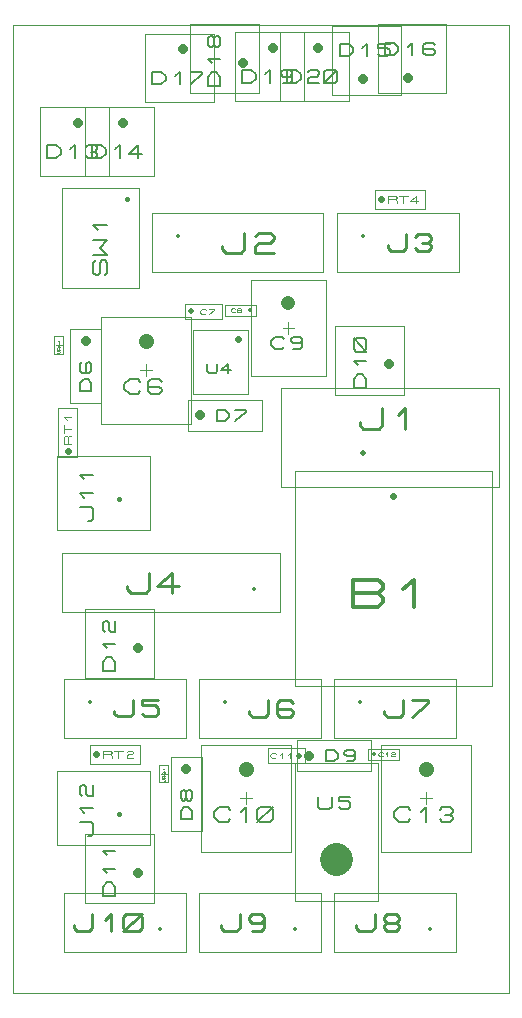
<source format=gbr>
G04 PROTEUS GERBER X2 FILE*
%TF.GenerationSoftware,Labcenter,Proteus,8.16-SP3-Build36097*%
%TF.CreationDate,2024-05-04T02:13:19+00:00*%
%TF.FileFunction,AssemblyDrawing,Top*%
%TF.FilePolarity,Positive*%
%TF.Part,Single*%
%TF.SameCoordinates,{03efdd39-6268-421f-b844-547f2104f690}*%
%FSLAX45Y45*%
%MOMM*%
G01*
%TA.AperFunction,Material*%
%ADD53C,0.100000*%
%ADD135C,0.609600*%
%ADD136C,0.380560*%
%ADD137C,0.050000*%
%ADD138C,0.446880*%
%ADD139C,0.174810*%
%ADD54C,0.101600*%
%ADD140C,0.128180*%
%ADD141C,2.794000*%
%ADD142C,0.174240*%
%ADD143C,0.182880*%
%ADD144C,0.031060*%
%ADD145C,0.508000*%
%ADD146C,0.076200*%
%ADD147C,0.103120*%
%ADD148C,0.812800*%
%ADD149C,0.157480*%
%ADD150C,0.355600*%
%ADD151C,0.056890*%
%ADD152C,1.259840*%
%ADD153C,0.201560*%
%ADD154C,1.158240*%
%ADD155C,0.167550*%
%ADD156C,0.369980*%
%ADD157C,0.278950*%
%ADD158C,0.232500*%
%ADD159C,0.424260*%
%ADD160C,0.188260*%
%ADD161C,0.171190*%
%ADD162C,0.520000*%
%ADD163C,0.286720*%
%TA.AperFunction,Profile*%
%ADD34C,0.101600*%
%TD.AperFunction*%
D53*
X+308000Y-1851000D02*
X+1978000Y-1851000D01*
X+1978000Y-31000D01*
X+308000Y-31000D01*
X+308000Y-1851000D01*
D135*
X+1143000Y-241000D02*
X+1143000Y-241000D01*
D136*
X+800492Y-1177909D02*
X+800492Y-949570D01*
X+1014559Y-949570D01*
X+1057373Y-987627D01*
X+1057373Y-1025683D01*
X+1014559Y-1063740D01*
X+1057373Y-1101796D01*
X+1057373Y-1139853D01*
X+1014559Y-1177909D01*
X+800492Y-1177909D01*
X+800492Y-1063740D02*
X+1014559Y-1063740D01*
X+1228627Y-1025683D02*
X+1314254Y-949570D01*
X+1314254Y-1177909D01*
D137*
X-1703302Y+95605D02*
X-1703302Y-528395D01*
X-913302Y-528395D01*
X-913302Y+95605D01*
X-1703302Y+95605D01*
D138*
X-1183302Y-269395D02*
X-1183302Y-269395D01*
D139*
X-1438242Y-452393D02*
X-1420761Y-452393D01*
X-1403279Y-432727D01*
X-1403279Y-354061D01*
X-1420761Y-334394D01*
X-1508168Y-334394D01*
X-1473205Y-255728D02*
X-1508168Y-216395D01*
X-1403279Y-216395D01*
X-1473205Y-98396D02*
X-1508168Y-59063D01*
X-1403279Y-59063D01*
D137*
X-1703302Y-2571395D02*
X-1703302Y-3195395D01*
X-913302Y-3195395D01*
X-913302Y-2571395D01*
X-1703302Y-2571395D01*
D138*
X-1183302Y-2936395D02*
X-1183302Y-2936395D01*
D139*
X-1438242Y-3119393D02*
X-1420761Y-3119393D01*
X-1403279Y-3099727D01*
X-1403279Y-3021061D01*
X-1420761Y-3001394D01*
X-1508168Y-3001394D01*
X-1473205Y-2922728D02*
X-1508168Y-2883395D01*
X-1403279Y-2883395D01*
X-1490686Y-2785063D02*
X-1508168Y-2765396D01*
X-1508168Y-2706397D01*
X-1490686Y-2686730D01*
X-1473205Y-2686730D01*
X-1455724Y-2706397D01*
X-1455724Y-2765396D01*
X-1438242Y-2785063D01*
X-1403279Y-2785063D01*
X-1403279Y-2686730D01*
D54*
X-549622Y+624900D02*
X-87342Y+624900D01*
X-87342Y+1164650D01*
X-549622Y+1164650D01*
X-549622Y+624900D01*
D135*
X-168622Y+1088450D02*
X-168622Y+1088450D01*
D140*
X-433848Y+879891D02*
X-433848Y+815798D01*
X-419428Y+802980D01*
X-361745Y+802980D01*
X-347324Y+815798D01*
X-347324Y+879891D01*
X-231958Y+828617D02*
X-318482Y+828617D01*
X-260799Y+879891D01*
X-260799Y+802980D01*
D54*
X+310448Y-3666645D02*
X+1008948Y-3666645D01*
X+1008948Y-2499515D01*
X+310448Y-2499515D01*
X+310448Y-3666645D01*
D141*
X+659698Y-3317395D02*
X+659698Y-3317395D01*
D142*
X+502879Y-2786332D02*
X+502879Y-2873454D01*
X+522481Y-2890879D01*
X+600890Y-2890879D01*
X+620493Y-2873454D01*
X+620493Y-2786332D01*
X+777312Y-2786332D02*
X+679300Y-2786332D01*
X+679300Y-2821181D01*
X+757709Y-2821181D01*
X+777312Y-2838605D01*
X+777312Y-2873454D01*
X+757709Y-2890879D01*
X+698902Y-2890879D01*
X+679300Y-2873454D01*
D137*
X-1726302Y+1110605D02*
X-1726302Y+960605D01*
X-1656302Y+960605D01*
X-1656302Y+1110605D01*
X-1726302Y+1110605D01*
X-1666302Y+1035605D02*
X-1716302Y+1035605D01*
X-1691302Y+1010605D02*
X-1691302Y+1060605D01*
D143*
X-1691302Y+1070605D02*
X-1691302Y+1070605D01*
D144*
X-1700622Y+967846D02*
X-1691302Y+967846D01*
X-1681983Y+978330D01*
X-1691302Y+988814D01*
X-1700622Y+988814D01*
X-1681983Y+995804D02*
X-1700622Y+995804D01*
X-1700622Y+1013277D01*
X-1697515Y+1016772D01*
X-1694409Y+1016772D01*
X-1691302Y+1013277D01*
X-1691302Y+995804D01*
X-1691302Y+1013277D02*
X-1688196Y+1016772D01*
X-1681983Y+1016772D01*
X-1694409Y+1030751D02*
X-1700622Y+1037741D01*
X-1681983Y+1037741D01*
D137*
X-837302Y-2515395D02*
X-837302Y-2665395D01*
X-767302Y-2665395D01*
X-767302Y-2515395D01*
X-837302Y-2515395D01*
X-777302Y-2590395D02*
X-827302Y-2590395D01*
X-802302Y-2615395D02*
X-802302Y-2565395D01*
D143*
X-802302Y-2555395D02*
X-802302Y-2555395D01*
D144*
X-811622Y-2658154D02*
X-802302Y-2658154D01*
X-792983Y-2647670D01*
X-802302Y-2637186D01*
X-811622Y-2637186D01*
X-792983Y-2630196D02*
X-811622Y-2630196D01*
X-811622Y-2612723D01*
X-808515Y-2609228D01*
X-805409Y-2609228D01*
X-802302Y-2612723D01*
X-802302Y-2630196D01*
X-802302Y-2612723D02*
X-799196Y-2609228D01*
X-792983Y-2609228D01*
X-808515Y-2598744D02*
X-811622Y-2595249D01*
X-811622Y-2584765D01*
X-808515Y-2581270D01*
X-805409Y-2581270D01*
X-802302Y-2584765D01*
X-802302Y-2595249D01*
X-799196Y-2598744D01*
X-792983Y-2598744D01*
X-792983Y-2581270D01*
D54*
X-623282Y+1253550D02*
X-308322Y+1253550D01*
X-308322Y+1385630D01*
X-623282Y+1385630D01*
X-623282Y+1253550D01*
D145*
X-572482Y+1322130D02*
X-572482Y+1322130D01*
D146*
X-444847Y+1304350D02*
X-453420Y+1296730D01*
X-479137Y+1296730D01*
X-496282Y+1311970D01*
X-496282Y+1327210D01*
X-479137Y+1342450D01*
X-453420Y+1342450D01*
X-444847Y+1334830D01*
X-419130Y+1342450D02*
X-376267Y+1342450D01*
X-376267Y+1334830D01*
X-419130Y+1296730D01*
D54*
X-1422062Y-2507135D02*
X-1005502Y-2507135D01*
X-1005502Y-2349655D01*
X-1422062Y-2349655D01*
X-1422062Y-2507135D01*
D135*
X-1371262Y-2428395D02*
X-1371262Y-2428395D01*
D147*
X-1312358Y-2459333D02*
X-1312358Y-2397458D01*
X-1254352Y-2397458D01*
X-1242750Y-2407771D01*
X-1242750Y-2418083D01*
X-1254352Y-2428395D01*
X-1312358Y-2428395D01*
X-1254352Y-2428395D02*
X-1242750Y-2438708D01*
X-1242750Y-2459333D01*
X-1219547Y-2397458D02*
X-1149939Y-2397458D01*
X-1184743Y-2397458D02*
X-1184743Y-2459333D01*
X-1115135Y-2407771D02*
X-1103534Y-2397458D01*
X-1068730Y-2397458D01*
X-1057128Y-2407771D01*
X-1057128Y-2418083D01*
X-1068730Y-2428395D01*
X-1103534Y-2428395D01*
X-1115135Y-2438708D01*
X-1115135Y-2459333D01*
X-1057128Y-2459333D01*
D54*
X-595082Y+309050D02*
X+29758Y+309050D01*
X+29758Y+573210D01*
X-595082Y+573210D01*
X-595082Y+309050D01*
D148*
X-493482Y+441130D02*
X-493482Y+441130D01*
D149*
X-353274Y+393886D02*
X-353274Y+488374D01*
X-282408Y+488374D01*
X-246975Y+456878D01*
X-246975Y+425382D01*
X-282408Y+393886D01*
X-353274Y+393886D01*
X-193826Y+488374D02*
X-105243Y+488374D01*
X-105243Y+472626D01*
X-193826Y+393886D01*
D54*
X-1593562Y+544890D02*
X-1329402Y+544890D01*
X-1329402Y+1169730D01*
X-1593562Y+1169730D01*
X-1593562Y+544890D01*
D148*
X-1461482Y+1068130D02*
X-1461482Y+1068130D01*
D149*
X-1414238Y+644458D02*
X-1508726Y+644458D01*
X-1508726Y+715324D01*
X-1477230Y+750757D01*
X-1445734Y+750757D01*
X-1414238Y+715324D01*
X-1414238Y+644458D01*
X-1492978Y+892489D02*
X-1508726Y+874772D01*
X-1508726Y+821623D01*
X-1492978Y+803906D01*
X-1429986Y+803906D01*
X-1414238Y+821623D01*
X-1414238Y+874772D01*
X-1429986Y+892489D01*
X-1445734Y+892489D01*
X-1461482Y+874772D01*
X-1461482Y+803906D01*
D54*
X+328098Y-2571835D02*
X+952938Y-2571835D01*
X+952938Y-2307675D01*
X+328098Y-2307675D01*
X+328098Y-2571835D01*
D148*
X+429698Y-2439755D02*
X+429698Y-2439755D01*
D149*
X+569906Y-2486999D02*
X+569906Y-2392511D01*
X+640772Y-2392511D01*
X+676205Y-2424007D01*
X+676205Y-2455503D01*
X+640772Y-2486999D01*
X+569906Y-2486999D01*
X+817937Y-2424007D02*
X+800220Y-2439755D01*
X+747071Y-2439755D01*
X+729354Y-2424007D01*
X+729354Y-2408259D01*
X+747071Y-2392511D01*
X+800220Y-2392511D01*
X+817937Y-2408259D01*
X+817937Y-2471251D01*
X+800220Y-2486999D01*
X+747071Y-2486999D01*
D54*
X-742382Y-3078635D02*
X-478222Y-3078635D01*
X-478222Y-2453795D01*
X-742382Y-2453795D01*
X-742382Y-3078635D01*
D148*
X-610302Y-2555395D02*
X-610302Y-2555395D01*
D149*
X-563058Y-2979067D02*
X-657546Y-2979067D01*
X-657546Y-2908201D01*
X-626050Y-2872768D01*
X-594554Y-2872768D01*
X-563058Y-2908201D01*
X-563058Y-2979067D01*
X-610302Y-2801902D02*
X-626050Y-2819619D01*
X-641798Y-2819619D01*
X-657546Y-2801902D01*
X-657546Y-2748753D01*
X-641798Y-2731036D01*
X-626050Y-2731036D01*
X-610302Y-2748753D01*
X-610302Y-2801902D01*
X-594554Y-2819619D01*
X-578806Y-2819619D01*
X-563058Y-2801902D01*
X-563058Y-2748753D01*
X-578806Y-2731036D01*
X-594554Y-2731036D01*
X-610302Y-2748753D01*
D54*
X+931248Y-2474115D02*
X+1192868Y-2474115D01*
X+1192868Y-2382675D01*
X+931248Y-2382675D01*
X+931248Y-2474115D01*
D150*
X+975698Y-2428395D02*
X+975698Y-2428395D01*
D151*
X+1054768Y-2439775D02*
X+1048367Y-2445464D01*
X+1029165Y-2445464D01*
X+1016364Y-2434085D01*
X+1016364Y-2422706D01*
X+1029165Y-2411327D01*
X+1048367Y-2411327D01*
X+1054768Y-2417016D01*
X+1080371Y-2422706D02*
X+1093173Y-2411327D01*
X+1093173Y-2445464D01*
X+1125176Y-2417016D02*
X+1131577Y-2411327D01*
X+1150779Y-2411327D01*
X+1157180Y-2417016D01*
X+1157180Y-2422706D01*
X+1150779Y-2428395D01*
X+1131577Y-2428395D01*
X+1125176Y-2434085D01*
X+1125176Y-2445464D01*
X+1157180Y-2445464D01*
D54*
X+79178Y-2503255D02*
X+394138Y-2503255D01*
X+394138Y-2371175D01*
X+79178Y-2371175D01*
X+79178Y-2503255D01*
D145*
X+343338Y-2439755D02*
X+343338Y-2439755D01*
D146*
X+147123Y-2452455D02*
X+138550Y-2460075D01*
X+112833Y-2460075D01*
X+95688Y-2444835D01*
X+95688Y-2429595D01*
X+112833Y-2414355D01*
X+138550Y-2414355D01*
X+147123Y-2421975D01*
X+181413Y-2429595D02*
X+198558Y-2414355D01*
X+198558Y-2460075D01*
X+249993Y-2429595D02*
X+267138Y-2414355D01*
X+267138Y-2460075D01*
D137*
X-482302Y-2345395D02*
X-482302Y-3255395D01*
X+277698Y-3255395D01*
X+277698Y-2345395D01*
X-482302Y-2345395D01*
X-52302Y-2800395D02*
X-152302Y-2800395D01*
X-102302Y-2850395D02*
X-102302Y-2750395D01*
D152*
X-102302Y-2555395D02*
X-102302Y-2555395D01*
D153*
X-238360Y-2978454D02*
X-261036Y-2998611D01*
X-329065Y-2998611D01*
X-374417Y-2958298D01*
X-374417Y-2917984D01*
X-329065Y-2877671D01*
X-261036Y-2877671D01*
X-238360Y-2897828D01*
X-147655Y-2917984D02*
X-102302Y-2877671D01*
X-102302Y-2998611D01*
X-11597Y-2978454D02*
X-11597Y-2897828D01*
X+11079Y-2877671D01*
X+101784Y-2877671D01*
X+124460Y-2897828D01*
X+124460Y-2978454D01*
X+101784Y-2998611D01*
X+11079Y-2998611D01*
X-11597Y-2978454D01*
X-11597Y-2998611D02*
X+124460Y-2877671D01*
D137*
X+1041698Y-2345395D02*
X+1041698Y-3255395D01*
X+1801698Y-3255395D01*
X+1801698Y-2345395D01*
X+1041698Y-2345395D01*
X+1471698Y-2800395D02*
X+1371698Y-2800395D01*
X+1421698Y-2850395D02*
X+1421698Y-2750395D01*
D152*
X+1421698Y-2555395D02*
X+1421698Y-2555395D01*
D153*
X+1285640Y-2978454D02*
X+1262964Y-2998611D01*
X+1194935Y-2998611D01*
X+1149583Y-2958298D01*
X+1149583Y-2917984D01*
X+1194935Y-2877671D01*
X+1262964Y-2877671D01*
X+1285640Y-2897828D01*
X+1376345Y-2917984D02*
X+1421698Y-2877671D01*
X+1421698Y-2998611D01*
X+1535079Y-2897828D02*
X+1557755Y-2877671D01*
X+1625784Y-2877671D01*
X+1648460Y-2897828D01*
X+1648460Y-2917984D01*
X+1625784Y-2938141D01*
X+1648460Y-2958298D01*
X+1648460Y-2978454D01*
X+1625784Y-2998611D01*
X+1557755Y-2998611D01*
X+1535079Y-2978454D01*
X+1580431Y-2938141D02*
X+1625784Y-2938141D01*
D137*
X-1333482Y+1278130D02*
X-1333482Y+368130D01*
X-573482Y+368130D01*
X-573482Y+1278130D01*
X-1333482Y+1278130D01*
X-903482Y+823130D02*
X-1003482Y+823130D01*
X-953482Y+773130D02*
X-953482Y+873130D01*
D152*
X-953482Y+1068130D02*
X-953482Y+1068130D01*
D153*
X-998835Y+645071D02*
X-1021511Y+624914D01*
X-1089540Y+624914D01*
X-1134892Y+665227D01*
X-1134892Y+705541D01*
X-1089540Y+745854D01*
X-1021511Y+745854D01*
X-998835Y+725697D01*
X-817425Y+725697D02*
X-840101Y+745854D01*
X-908130Y+745854D01*
X-930806Y+725697D01*
X-930806Y+645071D01*
X-908130Y+624914D01*
X-840101Y+624914D01*
X-817425Y+645071D01*
X-817425Y+665227D01*
X-840101Y+685384D01*
X-930806Y+685384D01*
D137*
X-60555Y+1592000D02*
X-60555Y+772000D01*
X+569445Y+772000D01*
X+569445Y+1592000D01*
X-60555Y+1592000D01*
X+304445Y+1182000D02*
X+204445Y+1182000D01*
X+254445Y+1132000D02*
X+254445Y+1232000D01*
D154*
X+254445Y+1397000D02*
X+254445Y+1397000D01*
D155*
X+216745Y+1020782D02*
X+197895Y+1004027D01*
X+141345Y+1004027D01*
X+103645Y+1037538D01*
X+103645Y+1071049D01*
X+141345Y+1104560D01*
X+197895Y+1104560D01*
X+216745Y+1087805D01*
X+367545Y+1071049D02*
X+348695Y+1054294D01*
X+292145Y+1054294D01*
X+273295Y+1071049D01*
X+273295Y+1087805D01*
X+292145Y+1104560D01*
X+348695Y+1104560D01*
X+367545Y+1087805D01*
X+367545Y+1020782D01*
X+348695Y+1004027D01*
X+292145Y+1004027D01*
D54*
X-1692421Y+87246D02*
X-1534941Y+87246D01*
X-1534941Y+503806D01*
X-1692421Y+503806D01*
X-1692421Y+87246D01*
D135*
X-1613681Y+138046D02*
X-1613681Y+138046D01*
D147*
X-1582743Y+196950D02*
X-1644618Y+196950D01*
X-1644618Y+254956D01*
X-1634305Y+266558D01*
X-1623993Y+266558D01*
X-1613681Y+254956D01*
X-1613681Y+196950D01*
X-1613681Y+254956D02*
X-1603368Y+266558D01*
X-1582743Y+266558D01*
X-1644618Y+289761D02*
X-1644618Y+359369D01*
X-1644618Y+324565D02*
X-1582743Y+324565D01*
X-1623993Y+405774D02*
X-1644618Y+428977D01*
X-1582743Y+428977D01*
D137*
X+543698Y+1654226D02*
X-896302Y+1654226D01*
X-896302Y+2154226D01*
X+543698Y+2154226D01*
X+543698Y+1654226D01*
D156*
X-676302Y+1959226D02*
X-676302Y+1959226D01*
D157*
X-306859Y+1876330D02*
X-306859Y+1848435D01*
X-275477Y+1820540D01*
X-149949Y+1820540D01*
X-118567Y+1848435D01*
X-118567Y+1987911D01*
X-24421Y+1960016D02*
X+6961Y+1987911D01*
X+101107Y+1987911D01*
X+132489Y+1960016D01*
X+132489Y+1932121D01*
X+101107Y+1904226D01*
X+6961Y+1904226D01*
X-24421Y+1876330D01*
X-24421Y+1820540D01*
X+132489Y+1820540D01*
D137*
X+1702698Y+1654226D02*
X+662698Y+1654226D01*
X+662698Y+2154226D01*
X+1702698Y+2154226D01*
X+1702698Y+1654226D01*
D156*
X+882698Y+1959226D02*
X+882698Y+1959226D01*
D158*
X+1093947Y+1880976D02*
X+1093947Y+1857726D01*
X+1120103Y+1834476D01*
X+1224728Y+1834476D01*
X+1250884Y+1857726D01*
X+1250884Y+1973976D01*
X+1329353Y+1950726D02*
X+1355509Y+1973976D01*
X+1433978Y+1973976D01*
X+1460134Y+1950726D01*
X+1460134Y+1927476D01*
X+1433978Y+1904226D01*
X+1460134Y+1880976D01*
X+1460134Y+1857726D01*
X+1433978Y+1834476D01*
X+1355509Y+1834476D01*
X+1329353Y+1857726D01*
X+1381665Y+1904226D02*
X+1433978Y+1904226D01*
D137*
X-1660290Y-726395D02*
X+179686Y-726395D01*
X+179686Y-1226395D01*
X-1660290Y-1226395D01*
X-1660290Y-726395D01*
D156*
X-40302Y-1031395D02*
X-40302Y-1031395D01*
D157*
X-1111851Y-1004291D02*
X-1111851Y-1032186D01*
X-1080469Y-1060081D01*
X-954941Y-1060081D01*
X-923559Y-1032186D01*
X-923559Y-892710D01*
X-672503Y-1004291D02*
X-860795Y-1004291D01*
X-735267Y-892710D01*
X-735267Y-1060081D01*
D137*
X-609334Y-2286140D02*
X-1649334Y-2286140D01*
X-1649334Y-1786140D01*
X-609334Y-1786140D01*
X-609334Y-2286140D01*
D156*
X-1429334Y-1981140D02*
X-1429334Y-1981140D01*
D158*
X-1218085Y-2059390D02*
X-1218085Y-2082640D01*
X-1191929Y-2105890D01*
X-1087304Y-2105890D01*
X-1061148Y-2082640D01*
X-1061148Y-1966390D01*
X-851898Y-1966390D02*
X-982679Y-1966390D01*
X-982679Y-2012890D01*
X-878054Y-2012890D01*
X-851898Y-2036140D01*
X-851898Y-2082640D01*
X-878054Y-2105890D01*
X-956523Y-2105890D01*
X-982679Y-2082640D01*
D137*
X+533574Y-2291650D02*
X-506426Y-2291650D01*
X-506426Y-1791650D01*
X+533574Y-1791650D01*
X+533574Y-2291650D01*
D156*
X-286426Y-1986650D02*
X-286426Y-1986650D01*
D158*
X-75177Y-2064900D02*
X-75177Y-2088150D01*
X-49021Y-2111400D01*
X+55604Y-2111400D01*
X+81760Y-2088150D01*
X+81760Y-1971900D01*
X+291010Y-1995150D02*
X+264854Y-1971900D01*
X+186385Y-1971900D01*
X+160229Y-1995150D01*
X+160229Y-2088150D01*
X+186385Y-2111400D01*
X+264854Y-2111400D01*
X+291010Y-2088150D01*
X+291010Y-2064900D01*
X+264854Y-2041650D01*
X+160229Y-2041650D01*
D137*
X+1676574Y-2291650D02*
X+636574Y-2291650D01*
X+636574Y-1791650D01*
X+1676574Y-1791650D01*
X+1676574Y-2291650D01*
D156*
X+856574Y-1986650D02*
X+856574Y-1986650D01*
D158*
X+1067823Y-2064900D02*
X+1067823Y-2088150D01*
X+1093979Y-2111400D01*
X+1198604Y-2111400D01*
X+1224760Y-2088150D01*
X+1224760Y-1971900D01*
X+1303229Y-1971900D02*
X+1434010Y-1971900D01*
X+1434010Y-1995150D01*
X+1303229Y-2111400D01*
D137*
X+636574Y-3603650D02*
X+1676574Y-3603650D01*
X+1676574Y-4103650D01*
X+636574Y-4103650D01*
X+636574Y-3603650D01*
D156*
X+1456574Y-3908650D02*
X+1456574Y-3908650D01*
D158*
X+826825Y-3876900D02*
X+826825Y-3900150D01*
X+852981Y-3923400D01*
X+957606Y-3923400D01*
X+983762Y-3900150D01*
X+983762Y-3783900D01*
X+1088387Y-3853650D02*
X+1062231Y-3830400D01*
X+1062231Y-3807150D01*
X+1088387Y-3783900D01*
X+1166856Y-3783900D01*
X+1193012Y-3807150D01*
X+1193012Y-3830400D01*
X+1166856Y-3853650D01*
X+1088387Y-3853650D01*
X+1062231Y-3876900D01*
X+1062231Y-3900150D01*
X+1088387Y-3923400D01*
X+1166856Y-3923400D01*
X+1193012Y-3900150D01*
X+1193012Y-3876900D01*
X+1166856Y-3853650D01*
D137*
X-506426Y-3603650D02*
X+533574Y-3603650D01*
X+533574Y-4103650D01*
X-506426Y-4103650D01*
X-506426Y-3603650D01*
D156*
X+313574Y-3908650D02*
X+313574Y-3908650D01*
D158*
X-316175Y-3876900D02*
X-316175Y-3900150D01*
X-290019Y-3923400D01*
X-185394Y-3923400D01*
X-159238Y-3900150D01*
X-159238Y-3783900D01*
X+50012Y-3830400D02*
X+23856Y-3853650D01*
X-54613Y-3853650D01*
X-80769Y-3830400D01*
X-80769Y-3807150D01*
X-54613Y-3783900D01*
X+23856Y-3783900D01*
X+50012Y-3807150D01*
X+50012Y-3900150D01*
X+23856Y-3923400D01*
X-54613Y-3923400D01*
D137*
X-1649426Y-3603650D02*
X-609426Y-3603650D01*
X-609426Y-4103650D01*
X-1649426Y-4103650D01*
X-1649426Y-3603650D01*
D156*
X-829426Y-3908650D02*
X-829426Y-3908650D01*
D158*
X-1563800Y-3876900D02*
X-1563800Y-3900150D01*
X-1537644Y-3923400D01*
X-1433019Y-3923400D01*
X-1406863Y-3900150D01*
X-1406863Y-3783900D01*
X-1302238Y-3830400D02*
X-1249925Y-3783900D01*
X-1249925Y-3923400D01*
X-1145300Y-3900150D02*
X-1145300Y-3807150D01*
X-1119144Y-3783900D01*
X-1014519Y-3783900D01*
X-988363Y-3807150D01*
X-988363Y-3900150D01*
X-1014519Y-3923400D01*
X-1119144Y-3923400D01*
X-1145300Y-3900150D01*
X-1145300Y-3923400D02*
X-988363Y-3783900D01*
D137*
X-1014302Y+2370605D02*
X-1664302Y+2370605D01*
X-1664302Y+1520605D01*
X-1014302Y+1520605D01*
X-1014302Y+2370605D01*
D159*
X-1114302Y+2270605D02*
X-1114302Y+2270605D01*
D160*
X-1301649Y+1629595D02*
X-1282823Y+1650774D01*
X-1282823Y+1735492D01*
X-1301649Y+1756672D01*
X-1320476Y+1756672D01*
X-1339302Y+1735492D01*
X-1339302Y+1650774D01*
X-1358128Y+1629595D01*
X-1376955Y+1629595D01*
X-1395781Y+1650774D01*
X-1395781Y+1735492D01*
X-1376955Y+1756672D01*
X-1395781Y+1799031D02*
X-1282823Y+1799031D01*
X-1339302Y+1862569D01*
X-1282823Y+1926108D01*
X-1395781Y+1926108D01*
X-1358128Y+2010826D02*
X-1395781Y+2053185D01*
X-1282823Y+2053185D01*
D54*
X+627572Y+3154525D02*
X+1209232Y+3154525D01*
X+1209232Y+3736185D01*
X+627572Y+3736185D01*
X+627572Y+3154525D01*
D148*
X+886652Y+3286605D02*
X+886652Y+3286605D01*
D161*
X+687288Y+3480356D02*
X+687288Y+3583073D01*
X+764326Y+3583073D01*
X+802845Y+3548834D01*
X+802845Y+3514595D01*
X+764326Y+3480356D01*
X+687288Y+3480356D01*
X+879883Y+3548834D02*
X+918402Y+3583073D01*
X+918402Y+3480356D01*
X+1110997Y+3583073D02*
X+1014699Y+3583073D01*
X+1014699Y+3548834D01*
X+1091737Y+3548834D01*
X+1110997Y+3531715D01*
X+1110997Y+3497475D01*
X+1091737Y+3480356D01*
X+1033959Y+3480356D01*
X+1014699Y+3497475D01*
D54*
X+1010920Y+3169920D02*
X+1592580Y+3169920D01*
X+1592580Y+3751580D01*
X+1010920Y+3751580D01*
X+1010920Y+3169920D01*
D148*
X+1270000Y+3302000D02*
X+1270000Y+3302000D01*
D161*
X+1070636Y+3495751D02*
X+1070636Y+3598468D01*
X+1147674Y+3598468D01*
X+1186193Y+3564229D01*
X+1186193Y+3529990D01*
X+1147674Y+3495751D01*
X+1070636Y+3495751D01*
X+1263231Y+3564229D02*
X+1301750Y+3598468D01*
X+1301750Y+3495751D01*
X+1494345Y+3581349D02*
X+1475085Y+3598468D01*
X+1417307Y+3598468D01*
X+1398047Y+3581349D01*
X+1398047Y+3512870D01*
X+1417307Y+3495751D01*
X+1475085Y+3495751D01*
X+1494345Y+3512870D01*
X+1494345Y+3529990D01*
X+1475085Y+3547110D01*
X+1398047Y+3547110D01*
D54*
X-283932Y+1284410D02*
X-22312Y+1284410D01*
X-22312Y+1375850D01*
X-283932Y+1375850D01*
X-283932Y+1284410D01*
D150*
X-66762Y+1330130D02*
X-66762Y+1330130D01*
D151*
X-197039Y+1318750D02*
X-203440Y+1313061D01*
X-222642Y+1313061D01*
X-235443Y+1324440D01*
X-235443Y+1335819D01*
X-222642Y+1347198D01*
X-203440Y+1347198D01*
X-197039Y+1341509D01*
X-171436Y+1330130D02*
X-177837Y+1335819D01*
X-177837Y+1341509D01*
X-171436Y+1347198D01*
X-152234Y+1347198D01*
X-145833Y+1341509D01*
X-145833Y+1335819D01*
X-152234Y+1330130D01*
X-171436Y+1330130D01*
X-177837Y+1324440D01*
X-177837Y+1318750D01*
X-171436Y+1313061D01*
X-152234Y+1313061D01*
X-145833Y+1318750D01*
X-145833Y+1324440D01*
X-152234Y+1330130D01*
D54*
X-957580Y+3091025D02*
X-375920Y+3091025D01*
X-375920Y+3672685D01*
X-957580Y+3672685D01*
X-957580Y+3091025D01*
D148*
X-635000Y+3540605D02*
X-635000Y+3540605D01*
D161*
X-897864Y+3244136D02*
X-897864Y+3346853D01*
X-820826Y+3346853D01*
X-782307Y+3312614D01*
X-782307Y+3278375D01*
X-820826Y+3244136D01*
X-897864Y+3244136D01*
X-705269Y+3312614D02*
X-666750Y+3346853D01*
X-666750Y+3244136D01*
X-570453Y+3346853D02*
X-474155Y+3346853D01*
X-474155Y+3329734D01*
X-570453Y+3244136D01*
D54*
X-576580Y+3169920D02*
X+5080Y+3169920D01*
X+5080Y+3751580D01*
X-576580Y+3751580D01*
X-576580Y+3169920D01*
D148*
X-127000Y+3429000D02*
X-127000Y+3429000D01*
D161*
X-320751Y+3229636D02*
X-423468Y+3229636D01*
X-423468Y+3306674D01*
X-389229Y+3345193D01*
X-354990Y+3345193D01*
X-320751Y+3306674D01*
X-320751Y+3229636D01*
X-389229Y+3422231D02*
X-423468Y+3460750D01*
X-320751Y+3460750D01*
X-372110Y+3576307D02*
X-389229Y+3557047D01*
X-406349Y+3557047D01*
X-423468Y+3576307D01*
X-423468Y+3634085D01*
X-406349Y+3653345D01*
X-389229Y+3653345D01*
X-372110Y+3634085D01*
X-372110Y+3576307D01*
X-354990Y+3557047D01*
X-337870Y+3557047D01*
X-320751Y+3576307D01*
X-320751Y+3634085D01*
X-337870Y+3653345D01*
X-354990Y+3653345D01*
X-372110Y+3634085D01*
D54*
X-195580Y+3106420D02*
X+386080Y+3106420D01*
X+386080Y+3688080D01*
X-195580Y+3688080D01*
X-195580Y+3106420D01*
D148*
X+127000Y+3556000D02*
X+127000Y+3556000D01*
D161*
X-135864Y+3259531D02*
X-135864Y+3362248D01*
X-58826Y+3362248D01*
X-20307Y+3328009D01*
X-20307Y+3293770D01*
X-58826Y+3259531D01*
X-135864Y+3259531D01*
X+56731Y+3328009D02*
X+95250Y+3362248D01*
X+95250Y+3259531D01*
X+287845Y+3328009D02*
X+268585Y+3310890D01*
X+210807Y+3310890D01*
X+191547Y+3328009D01*
X+191547Y+3345129D01*
X+210807Y+3362248D01*
X+268585Y+3362248D01*
X+287845Y+3345129D01*
X+287845Y+3276650D01*
X+268585Y+3259531D01*
X+210807Y+3259531D01*
D54*
X+185420Y+3106420D02*
X+767080Y+3106420D01*
X+767080Y+3688080D01*
X+185420Y+3688080D01*
X+185420Y+3106420D01*
D148*
X+508000Y+3556000D02*
X+508000Y+3556000D01*
D161*
X+245136Y+3259531D02*
X+245136Y+3362248D01*
X+322174Y+3362248D01*
X+360693Y+3328009D01*
X+360693Y+3293770D01*
X+322174Y+3259531D01*
X+245136Y+3259531D01*
X+418471Y+3345129D02*
X+437731Y+3362248D01*
X+495509Y+3362248D01*
X+514769Y+3345129D01*
X+514769Y+3328009D01*
X+495509Y+3310890D01*
X+437731Y+3310890D01*
X+418471Y+3293770D01*
X+418471Y+3259531D01*
X+514769Y+3259531D01*
X+553288Y+3276650D02*
X+553288Y+3345129D01*
X+572547Y+3362248D01*
X+649585Y+3362248D01*
X+668845Y+3345129D01*
X+668845Y+3276650D01*
X+649585Y+3259531D01*
X+572547Y+3259531D01*
X+553288Y+3276650D01*
X+553288Y+3259531D02*
X+668845Y+3362248D01*
D54*
X+990938Y+2191865D02*
X+1407498Y+2191865D01*
X+1407498Y+2349345D01*
X+990938Y+2349345D01*
X+990938Y+2191865D01*
D135*
X+1041738Y+2270605D02*
X+1041738Y+2270605D01*
D147*
X+1100642Y+2239667D02*
X+1100642Y+2301542D01*
X+1158648Y+2301542D01*
X+1170250Y+2291229D01*
X+1170250Y+2280917D01*
X+1158648Y+2270605D01*
X+1100642Y+2270605D01*
X+1158648Y+2270605D02*
X+1170250Y+2260292D01*
X+1170250Y+2239667D01*
X+1193453Y+2301542D02*
X+1263061Y+2301542D01*
X+1228257Y+2301542D02*
X+1228257Y+2239667D01*
X+1355872Y+2260292D02*
X+1286264Y+2260292D01*
X+1332669Y+2301542D01*
X+1332669Y+2239667D01*
D137*
X+194000Y-166000D02*
X+2036000Y-166000D01*
X+2036000Y+674000D01*
X+194000Y+674000D01*
X+194000Y-166000D01*
D162*
X+889000Y+127000D02*
X+889000Y+127000D01*
D163*
X+856951Y+386077D02*
X+856951Y+357405D01*
X+889207Y+328733D01*
X+1018231Y+328733D01*
X+1050487Y+357405D01*
X+1050487Y+500766D01*
X+1179512Y+443422D02*
X+1244024Y+500766D01*
X+1244024Y+328733D01*
D54*
X+653118Y+614525D02*
X+1234778Y+614525D01*
X+1234778Y+1196185D01*
X+653118Y+1196185D01*
X+653118Y+614525D01*
D148*
X+1102698Y+873605D02*
X+1102698Y+873605D01*
D161*
X+908947Y+674241D02*
X+806230Y+674241D01*
X+806230Y+751279D01*
X+840469Y+789798D01*
X+874708Y+789798D01*
X+908947Y+751279D01*
X+908947Y+674241D01*
X+840469Y+866836D02*
X+806230Y+905355D01*
X+908947Y+905355D01*
X+891828Y+982393D02*
X+823349Y+982393D01*
X+806230Y+1001652D01*
X+806230Y+1078690D01*
X+823349Y+1097950D01*
X+891828Y+1097950D01*
X+908947Y+1078690D01*
X+908947Y+1001652D01*
X+891828Y+982393D01*
X+908947Y+982393D02*
X+806230Y+1097950D01*
D54*
X-1465580Y-1783080D02*
X-883920Y-1783080D01*
X-883920Y-1201420D01*
X-1465580Y-1201420D01*
X-1465580Y-1783080D01*
D148*
X-1016000Y-1524000D02*
X-1016000Y-1524000D01*
D161*
X-1209751Y-1723364D02*
X-1312468Y-1723364D01*
X-1312468Y-1646326D01*
X-1278229Y-1607807D01*
X-1243990Y-1607807D01*
X-1209751Y-1646326D01*
X-1209751Y-1723364D01*
X-1278229Y-1530769D02*
X-1312468Y-1492250D01*
X-1209751Y-1492250D01*
X-1295349Y-1395953D02*
X-1312468Y-1376693D01*
X-1312468Y-1318915D01*
X-1295349Y-1299655D01*
X-1278229Y-1299655D01*
X-1261110Y-1318915D01*
X-1261110Y-1376693D01*
X-1243990Y-1395953D01*
X-1209751Y-1395953D01*
X-1209751Y-1299655D01*
D54*
X-1465580Y-3688080D02*
X-883920Y-3688080D01*
X-883920Y-3106420D01*
X-1465580Y-3106420D01*
X-1465580Y-3688080D01*
D148*
X-1016000Y-3429000D02*
X-1016000Y-3429000D01*
D161*
X-1209751Y-3628364D02*
X-1312468Y-3628364D01*
X-1312468Y-3551326D01*
X-1278229Y-3512807D01*
X-1243990Y-3512807D01*
X-1209751Y-3551326D01*
X-1209751Y-3628364D01*
X-1278229Y-3435769D02*
X-1312468Y-3397250D01*
X-1209751Y-3397250D01*
X-1278229Y-3281693D02*
X-1312468Y-3243174D01*
X-1209751Y-3243174D01*
D34*
X-2077000Y-4450000D02*
X+2123000Y-4450000D01*
X+2123000Y+3750000D01*
X-2077000Y+3750000D01*
X-2077000Y-4450000D01*
D54*
X-1846580Y+2471420D02*
X-1264920Y+2471420D01*
X-1264920Y+3053080D01*
X-1846580Y+3053080D01*
X-1846580Y+2471420D01*
D148*
X-1524000Y+2921000D02*
X-1524000Y+2921000D01*
D161*
X-1786864Y+2624531D02*
X-1786864Y+2727248D01*
X-1709826Y+2727248D01*
X-1671307Y+2693009D01*
X-1671307Y+2658770D01*
X-1709826Y+2624531D01*
X-1786864Y+2624531D01*
X-1594269Y+2693009D02*
X-1555750Y+2727248D01*
X-1555750Y+2624531D01*
X-1459453Y+2710129D02*
X-1440193Y+2727248D01*
X-1382415Y+2727248D01*
X-1363155Y+2710129D01*
X-1363155Y+2693009D01*
X-1382415Y+2675890D01*
X-1363155Y+2658770D01*
X-1363155Y+2641650D01*
X-1382415Y+2624531D01*
X-1440193Y+2624531D01*
X-1459453Y+2641650D01*
X-1420934Y+2675890D02*
X-1382415Y+2675890D01*
D54*
X-1465580Y+2471420D02*
X-883920Y+2471420D01*
X-883920Y+3053080D01*
X-1465580Y+3053080D01*
X-1465580Y+2471420D01*
D148*
X-1143000Y+2921000D02*
X-1143000Y+2921000D01*
D161*
X-1405864Y+2624531D02*
X-1405864Y+2727248D01*
X-1328826Y+2727248D01*
X-1290307Y+2693009D01*
X-1290307Y+2658770D01*
X-1328826Y+2624531D01*
X-1405864Y+2624531D01*
X-1213269Y+2693009D02*
X-1174750Y+2727248D01*
X-1174750Y+2624531D01*
X-982155Y+2658770D02*
X-1097712Y+2658770D01*
X-1020674Y+2727248D01*
X-1020674Y+2624531D01*
M02*

</source>
